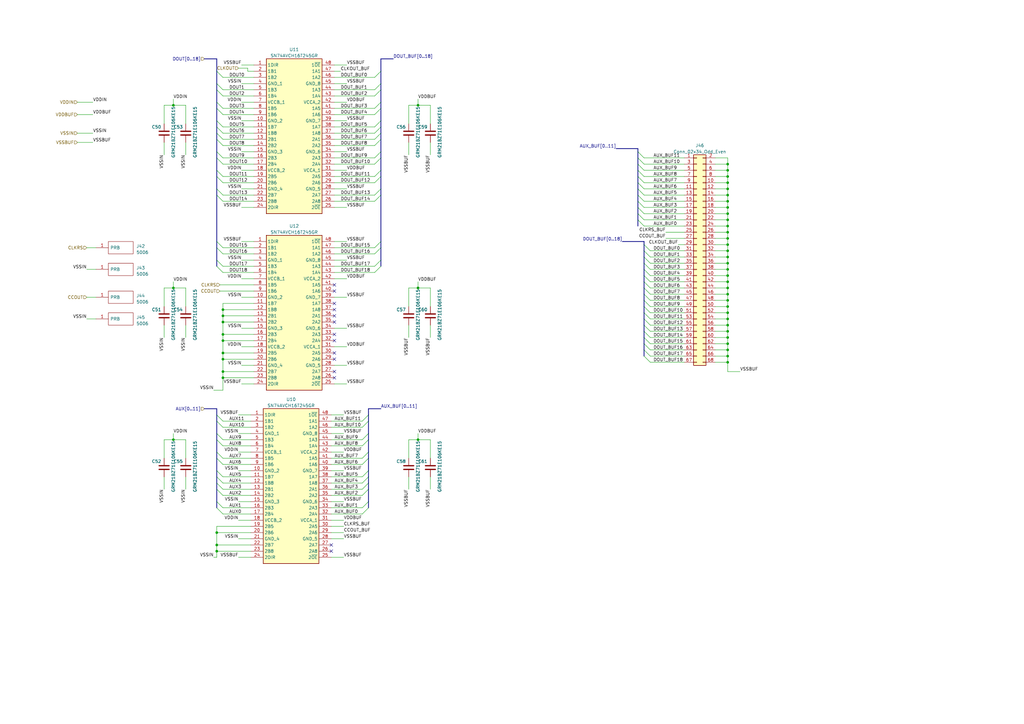
<source format=kicad_sch>
(kicad_sch (version 20230121) (generator eeschema)
  (paper "A3")
  (junction (at 298.45 67.31))
  (junction (at 298.45 105.41))
  (junction (at 298.45 77.47))
  (junction (at 88.9 218.44))
  (junction (at 88.9 223.52))
  (junction (at 298.45 80.01))
  (junction (at 298.45 115.57))
  (junction (at 298.45 130.81))
  (junction (at 298.45 69.85))
  (junction (at 171.45 43.18))
  (junction (at 298.45 72.39))
  (junction (at 71.12 180.34))
  (junction (at 91.44 132.08))
  (junction (at 91.44 144.78))
  (junction (at 298.45 146.05))
  (junction (at 298.45 82.55))
  (junction (at 298.45 110.49))
  (junction (at 171.45 180.34))
  (junction (at 298.45 113.03))
  (junction (at 298.45 125.73))
  (junction (at 91.44 152.4))
  (junction (at 298.45 135.89))
  (junction (at 298.45 92.71))
  (junction (at 298.45 87.63))
  (junction (at 171.45 118.11))
  (junction (at 91.44 154.94))
  (junction (at 298.45 140.97))
  (junction (at 298.45 97.79))
  (junction (at 298.45 74.93))
  (junction (at 298.45 118.11))
  (junction (at 298.45 102.87))
  (junction (at 298.45 85.09))
  (junction (at 298.45 100.33))
  (junction (at 298.45 143.51))
  (junction (at 91.44 139.7))
  (junction (at 91.44 127))
  (junction (at 91.44 129.54))
  (junction (at 298.45 123.19))
  (junction (at 91.44 147.32))
  (junction (at 298.45 95.25))
  (junction (at 91.44 137.16))
  (junction (at 298.45 148.59))
  (junction (at 298.45 133.35))
  (junction (at 298.45 107.95))
  (junction (at 298.45 138.43))
  (junction (at 298.45 128.27))
  (junction (at 298.45 90.17))
  (junction (at 298.45 120.65))
  (junction (at 71.12 118.11))
  (junction (at 71.12 43.18))
  (junction (at 88.9 226.06))
  (no_connect (at 137.16 116.84))
  (no_connect (at 137.16 137.16))
  (no_connect (at 137.16 144.78))
  (no_connect (at 137.16 132.08))
  (no_connect (at 137.16 147.32))
  (no_connect (at 137.16 152.4))
  (no_connect (at 137.16 129.54))
  (no_connect (at 137.16 139.7))
  (no_connect (at 135.89 223.52))
  (no_connect (at 135.89 226.06))
  (no_connect (at 137.16 127))
  (no_connect (at 137.16 119.38))
  (no_connect (at 137.16 124.46))
  (no_connect (at 137.16 154.94))
  (bus_entry (at 156.21 49.53) (size -2.54 2.54))
  (bus_entry (at 264.16 143.51) (size 2.54 2.54))
  (bus_entry (at 88.9 41.91) (size 2.54 2.54))
  (bus_entry (at 156.21 34.29) (size -2.54 2.54))
  (bus_entry (at 264.16 123.19) (size 2.54 2.54))
  (bus_entry (at 88.9 106.68) (size 2.54 2.54))
  (bus_entry (at 148.59 198.12) (size 2.54 -2.54))
  (bus_entry (at 264.16 118.11) (size 2.54 2.54))
  (bus_entry (at 264.16 105.41) (size 2.54 2.54))
  (bus_entry (at 156.21 106.68) (size -2.54 2.54))
  (bus_entry (at 156.21 77.47) (size -2.54 2.54))
  (bus_entry (at 148.59 187.96) (size 2.54 -2.54))
  (bus_entry (at 88.9 29.21) (size 2.54 2.54))
  (bus_entry (at 156.21 54.61) (size -2.54 2.54))
  (bus_entry (at 88.9 64.77) (size 2.54 2.54))
  (bus_entry (at 264.16 110.49) (size 2.54 2.54))
  (bus_entry (at 148.59 203.2) (size 2.54 -2.54))
  (bus_entry (at 88.9 195.58) (size 2.54 2.54))
  (bus_entry (at 264.16 128.27) (size 2.54 2.54))
  (bus_entry (at 261.62 77.47) (size 2.54 2.54))
  (bus_entry (at 156.21 99.06) (size -2.54 2.54))
  (bus_entry (at 264.16 140.97) (size 2.54 2.54))
  (bus_entry (at 156.21 52.07) (size -2.54 2.54))
  (bus_entry (at 261.62 82.55) (size 2.54 2.54))
  (bus_entry (at 88.9 34.29) (size 2.54 2.54))
  (bus_entry (at 88.9 109.22) (size 2.54 2.54))
  (bus_entry (at 88.9 54.61) (size 2.54 2.54))
  (bus_entry (at 156.21 29.21) (size -2.54 2.54))
  (bus_entry (at 148.59 180.34) (size 2.54 -2.54))
  (bus_entry (at 88.9 205.74) (size 2.54 2.54))
  (bus_entry (at 156.21 69.85) (size -2.54 2.54))
  (bus_entry (at 88.9 172.72) (size 2.54 2.54))
  (bus_entry (at 156.21 64.77) (size -2.54 2.54))
  (bus_entry (at 88.9 52.07) (size 2.54 2.54))
  (bus_entry (at 261.62 72.39) (size 2.54 2.54))
  (bus_entry (at 264.16 100.33) (size 2.54 2.54))
  (bus_entry (at 148.59 195.58) (size 2.54 -2.54))
  (bus_entry (at 148.59 190.5) (size 2.54 -2.54))
  (bus_entry (at 88.9 57.15) (size 2.54 2.54))
  (bus_entry (at 264.16 146.05) (size 2.54 2.54))
  (bus_entry (at 88.9 193.04) (size 2.54 2.54))
  (bus_entry (at 264.16 102.87) (size 2.54 2.54))
  (bus_entry (at 264.16 115.57) (size 2.54 2.54))
  (bus_entry (at 148.59 175.26) (size 2.54 -2.54))
  (bus_entry (at 264.16 113.03) (size 2.54 2.54))
  (bus_entry (at 88.9 187.96) (size 2.54 2.54))
  (bus_entry (at 264.16 138.43) (size 2.54 2.54))
  (bus_entry (at 88.9 200.66) (size 2.54 2.54))
  (bus_entry (at 156.21 62.23) (size -2.54 2.54))
  (bus_entry (at 88.9 80.01) (size 2.54 2.54))
  (bus_entry (at 88.9 36.83) (size 2.54 2.54))
  (bus_entry (at 88.9 62.23) (size 2.54 2.54))
  (bus_entry (at 148.59 200.66) (size 2.54 -2.54))
  (bus_entry (at 264.16 107.95) (size 2.54 2.54))
  (bus_entry (at 88.9 49.53) (size 2.54 2.54))
  (bus_entry (at 261.62 87.63) (size 2.54 2.54))
  (bus_entry (at 156.21 72.39) (size -2.54 2.54))
  (bus_entry (at 148.59 182.88) (size 2.54 -2.54))
  (bus_entry (at 156.21 36.83) (size -2.54 2.54))
  (bus_entry (at 88.9 69.85) (size 2.54 2.54))
  (bus_entry (at 264.16 133.35) (size 2.54 2.54))
  (bus_entry (at 156.21 44.45) (size -2.54 2.54))
  (bus_entry (at 88.9 177.8) (size 2.54 2.54))
  (bus_entry (at 261.62 85.09) (size 2.54 2.54))
  (bus_entry (at 88.9 44.45) (size 2.54 2.54))
  (bus_entry (at 156.21 109.22) (size -2.54 2.54))
  (bus_entry (at 88.9 72.39) (size 2.54 2.54))
  (bus_entry (at 88.9 77.47) (size 2.54 2.54))
  (bus_entry (at 264.16 135.89) (size 2.54 2.54))
  (bus_entry (at 88.9 170.18) (size 2.54 2.54))
  (bus_entry (at 148.59 172.72) (size 2.54 -2.54))
  (bus_entry (at 88.9 198.12) (size 2.54 2.54))
  (bus_entry (at 148.59 210.82) (size 2.54 -2.54))
  (bus_entry (at 88.9 99.06) (size 2.54 2.54))
  (bus_entry (at 261.62 74.93) (size 2.54 2.54))
  (bus_entry (at 156.21 41.91) (size -2.54 2.54))
  (bus_entry (at 264.16 120.65) (size 2.54 2.54))
  (bus_entry (at 88.9 208.28) (size 2.54 2.54))
  (bus_entry (at 148.59 208.28) (size 2.54 -2.54))
  (bus_entry (at 261.62 64.77) (size 2.54 2.54))
  (bus_entry (at 261.62 90.17) (size 2.54 2.54))
  (bus_entry (at 88.9 180.34) (size 2.54 2.54))
  (bus_entry (at 88.9 185.42) (size 2.54 2.54))
  (bus_entry (at 264.16 130.81) (size 2.54 2.54))
  (bus_entry (at 261.62 67.31) (size 2.54 2.54))
  (bus_entry (at 261.62 69.85) (size 2.54 2.54))
  (bus_entry (at 156.21 57.15) (size -2.54 2.54))
  (bus_entry (at 261.62 80.01) (size 2.54 2.54))
  (bus_entry (at 88.9 101.6) (size 2.54 2.54))
  (bus_entry (at 264.16 125.73) (size 2.54 2.54))
  (bus_entry (at 156.21 101.6) (size -2.54 2.54))
  (bus_entry (at 261.62 62.23) (size 2.54 2.54))
  (bus_entry (at 156.21 80.01) (size -2.54 2.54))
  (wire (pts (xy 264.16 64.77) (xy 280.67 64.77)))
  (wire (pts (xy 142.24 99.06) (xy 137.16 99.06)))
  (wire (pts (xy 91.44 154.94) (xy 104.14 154.94)))
  (bus (pts (xy 88.9 34.29) (xy 88.9 36.83)))
  (wire (pts (xy 91.44 80.01) (xy 104.14 80.01)))
  (wire (pts (xy 293.37 90.17) (xy 298.45 90.17)))
  (wire (pts (xy 273.05 95.25) (xy 280.67 95.25)))
  (wire (pts (xy 140.97 220.98) (xy 135.89 220.98)))
  (wire (pts (xy 264.16 85.09) (xy 280.67 85.09)))
  (wire (pts (xy 71.12 118.11) (xy 76.2 118.11)))
  (bus (pts (xy 88.9 29.21) (xy 88.9 34.29)))
  (wire (pts (xy 99.06 149.86) (xy 104.14 149.86)))
  (wire (pts (xy 264.16 87.63) (xy 280.67 87.63)))
  (wire (pts (xy 91.44 144.78) (xy 104.14 144.78)))
  (wire (pts (xy 91.44 132.08) (xy 104.14 132.08)))
  (wire (pts (xy 137.16 74.93) (xy 153.67 74.93)))
  (bus (pts (xy 88.9 200.66) (xy 88.9 205.74)))
  (wire (pts (xy 91.44 190.5) (xy 102.87 190.5)))
  (wire (pts (xy 137.16 59.69) (xy 153.67 59.69)))
  (wire (pts (xy 298.45 130.81) (xy 298.45 133.35)))
  (wire (pts (xy 298.45 118.11) (xy 298.45 120.65)))
  (wire (pts (xy 293.37 72.39) (xy 298.45 72.39)))
  (wire (pts (xy 101.6 29.21) (xy 104.14 29.21)))
  (wire (pts (xy 31.75 41.91) (xy 38.1 41.91)))
  (bus (pts (xy 88.9 41.91) (xy 88.9 44.45)))
  (bus (pts (xy 156.21 41.91) (xy 156.21 44.45)))
  (wire (pts (xy 293.37 115.57) (xy 298.45 115.57)))
  (bus (pts (xy 261.62 60.96) (xy 261.62 62.23)))
  (bus (pts (xy 261.62 85.09) (xy 261.62 87.63)))
  (wire (pts (xy 298.45 100.33) (xy 298.45 102.87)))
  (wire (pts (xy 171.45 115.57) (xy 171.45 118.11)))
  (bus (pts (xy 83.82 24.13) (xy 88.9 24.13)))
  (wire (pts (xy 167.64 43.18) (xy 167.64 50.8)))
  (wire (pts (xy 298.45 69.85) (xy 298.45 72.39)))
  (bus (pts (xy 156.21 57.15) (xy 156.21 62.23)))
  (wire (pts (xy 135.89 182.88) (xy 148.59 182.88)))
  (wire (pts (xy 293.37 102.87) (xy 298.45 102.87)))
  (wire (pts (xy 91.44 39.37) (xy 104.14 39.37)))
  (wire (pts (xy 91.44 74.93) (xy 104.14 74.93)))
  (wire (pts (xy 264.16 82.55) (xy 280.67 82.55)))
  (wire (pts (xy 31.75 46.99) (xy 38.1 46.99)))
  (wire (pts (xy 176.53 50.8) (xy 176.53 43.18)))
  (wire (pts (xy 91.44 59.69) (xy 104.14 59.69)))
  (wire (pts (xy 298.45 107.95) (xy 298.45 110.49)))
  (wire (pts (xy 176.53 187.96) (xy 176.53 180.34)))
  (wire (pts (xy 35.56 121.92) (xy 39.37 121.92)))
  (wire (pts (xy 293.37 77.47) (xy 298.45 77.47)))
  (wire (pts (xy 91.44 144.78) (xy 91.44 147.32)))
  (wire (pts (xy 142.24 142.24) (xy 137.16 142.24)))
  (wire (pts (xy 264.16 92.71) (xy 280.67 92.71)))
  (bus (pts (xy 252.73 60.96) (xy 261.62 60.96)))
  (wire (pts (xy 67.31 180.34) (xy 71.12 180.34)))
  (wire (pts (xy 298.45 143.51) (xy 298.45 146.05)))
  (wire (pts (xy 102.87 215.9) (xy 88.9 215.9)))
  (wire (pts (xy 298.45 64.77) (xy 298.45 67.31)))
  (bus (pts (xy 261.62 82.55) (xy 261.62 85.09)))
  (wire (pts (xy 298.45 77.47) (xy 298.45 80.01)))
  (wire (pts (xy 298.45 146.05) (xy 298.45 148.59)))
  (wire (pts (xy 293.37 146.05) (xy 298.45 146.05)))
  (bus (pts (xy 151.13 172.72) (xy 151.13 177.8)))
  (bus (pts (xy 88.9 80.01) (xy 88.9 99.06)))
  (wire (pts (xy 91.44 152.4) (xy 104.14 152.4)))
  (bus (pts (xy 156.21 72.39) (xy 156.21 77.47)))
  (wire (pts (xy 99.06 134.62) (xy 104.14 134.62)))
  (wire (pts (xy 142.24 149.86) (xy 137.16 149.86)))
  (wire (pts (xy 140.97 185.42) (xy 135.89 185.42)))
  (wire (pts (xy 293.37 133.35) (xy 298.45 133.35)))
  (bus (pts (xy 156.21 54.61) (xy 156.21 57.15)))
  (wire (pts (xy 135.89 187.96) (xy 148.59 187.96)))
  (wire (pts (xy 264.16 74.93) (xy 280.67 74.93)))
  (wire (pts (xy 91.44 104.14) (xy 104.14 104.14)))
  (wire (pts (xy 264.16 67.31) (xy 280.67 67.31)))
  (wire (pts (xy 91.44 139.7) (xy 104.14 139.7)))
  (wire (pts (xy 293.37 97.79) (xy 298.45 97.79)))
  (bus (pts (xy 156.21 36.83) (xy 156.21 41.91)))
  (bus (pts (xy 151.13 187.96) (xy 151.13 193.04)))
  (bus (pts (xy 156.21 101.6) (xy 156.21 106.68)))
  (wire (pts (xy 298.45 95.25) (xy 298.45 97.79)))
  (wire (pts (xy 91.44 124.46) (xy 91.44 127)))
  (wire (pts (xy 167.64 118.11) (xy 171.45 118.11)))
  (wire (pts (xy 293.37 107.95) (xy 298.45 107.95)))
  (wire (pts (xy 99.06 41.91) (xy 104.14 41.91)))
  (bus (pts (xy 88.9 64.77) (xy 88.9 69.85)))
  (wire (pts (xy 67.31 180.34) (xy 67.31 187.96)))
  (wire (pts (xy 71.12 177.8) (xy 71.12 180.34)))
  (bus (pts (xy 151.13 205.74) (xy 151.13 208.28)))
  (wire (pts (xy 167.64 180.34) (xy 167.64 187.96)))
  (wire (pts (xy 99.06 142.24) (xy 104.14 142.24)))
  (wire (pts (xy 293.37 87.63) (xy 298.45 87.63)))
  (wire (pts (xy 293.37 100.33) (xy 298.45 100.33)))
  (bus (pts (xy 264.16 99.06) (xy 264.16 100.33)))
  (wire (pts (xy 266.7 115.57) (xy 280.67 115.57)))
  (wire (pts (xy 97.79 193.04) (xy 102.87 193.04)))
  (bus (pts (xy 88.9 195.58) (xy 88.9 198.12)))
  (wire (pts (xy 76.2 195.58) (xy 76.2 200.66)))
  (bus (pts (xy 261.62 77.47) (xy 261.62 80.01)))
  (wire (pts (xy 91.44 180.34) (xy 102.87 180.34)))
  (wire (pts (xy 90.17 119.38) (xy 104.14 119.38)))
  (wire (pts (xy 91.44 200.66) (xy 102.87 200.66)))
  (wire (pts (xy 135.89 218.44) (xy 140.97 218.44)))
  (wire (pts (xy 90.17 116.84) (xy 104.14 116.84)))
  (wire (pts (xy 135.89 172.72) (xy 148.59 172.72)))
  (bus (pts (xy 88.9 185.42) (xy 88.9 187.96)))
  (wire (pts (xy 293.37 128.27) (xy 298.45 128.27)))
  (bus (pts (xy 88.9 57.15) (xy 88.9 62.23)))
  (wire (pts (xy 298.45 120.65) (xy 298.45 123.19)))
  (wire (pts (xy 167.64 180.34) (xy 171.45 180.34)))
  (wire (pts (xy 91.44 208.28) (xy 102.87 208.28)))
  (wire (pts (xy 298.45 72.39) (xy 298.45 74.93)))
  (wire (pts (xy 142.24 157.48) (xy 137.16 157.48)))
  (wire (pts (xy 67.31 195.58) (xy 67.31 200.66)))
  (bus (pts (xy 156.21 80.01) (xy 156.21 99.06)))
  (wire (pts (xy 91.44 54.61) (xy 104.14 54.61)))
  (wire (pts (xy 88.9 215.9) (xy 88.9 218.44)))
  (wire (pts (xy 99.06 121.92) (xy 104.14 121.92)))
  (wire (pts (xy 99.06 34.29) (xy 104.14 34.29)))
  (bus (pts (xy 261.62 90.17) (xy 261.62 92.71)))
  (wire (pts (xy 97.79 205.74) (xy 102.87 205.74)))
  (bus (pts (xy 264.16 138.43) (xy 264.16 140.97)))
  (wire (pts (xy 171.45 40.64) (xy 171.45 43.18)))
  (wire (pts (xy 99.06 69.85) (xy 104.14 69.85)))
  (bus (pts (xy 264.16 125.73) (xy 264.16 128.27)))
  (wire (pts (xy 91.44 57.15) (xy 104.14 57.15)))
  (wire (pts (xy 67.31 118.11) (xy 67.31 125.73)))
  (wire (pts (xy 76.2 187.96) (xy 76.2 180.34)))
  (bus (pts (xy 156.21 106.68) (xy 156.21 109.22)))
  (wire (pts (xy 135.89 208.28) (xy 148.59 208.28)))
  (wire (pts (xy 167.64 58.42) (xy 167.64 63.5)))
  (wire (pts (xy 142.24 34.29) (xy 137.16 34.29)))
  (wire (pts (xy 71.12 43.18) (xy 76.2 43.18)))
  (wire (pts (xy 266.7 102.87) (xy 280.67 102.87)))
  (wire (pts (xy 298.45 135.89) (xy 298.45 138.43)))
  (wire (pts (xy 88.9 223.52) (xy 88.9 226.06)))
  (wire (pts (xy 266.7 130.81) (xy 280.67 130.81)))
  (wire (pts (xy 91.44 64.77) (xy 104.14 64.77)))
  (wire (pts (xy 266.7 107.95) (xy 280.67 107.95)))
  (wire (pts (xy 298.45 92.71) (xy 298.45 95.25)))
  (wire (pts (xy 91.44 152.4) (xy 91.44 154.94)))
  (wire (pts (xy 176.53 195.58) (xy 176.53 200.66)))
  (bus (pts (xy 261.62 87.63) (xy 261.62 90.17)))
  (wire (pts (xy 266.7 113.03) (xy 280.67 113.03)))
  (wire (pts (xy 298.45 80.01) (xy 298.45 82.55)))
  (bus (pts (xy 264.16 143.51) (xy 264.16 146.05)))
  (wire (pts (xy 135.89 198.12) (xy 148.59 198.12)))
  (wire (pts (xy 31.75 58.42) (xy 38.1 58.42)))
  (bus (pts (xy 88.9 49.53) (xy 88.9 52.07)))
  (wire (pts (xy 137.16 31.75) (xy 153.67 31.75)))
  (bus (pts (xy 261.62 64.77) (xy 261.62 67.31)))
  (wire (pts (xy 91.44 72.39) (xy 104.14 72.39)))
  (wire (pts (xy 88.9 226.06) (xy 102.87 226.06)))
  (wire (pts (xy 298.45 123.19) (xy 298.45 125.73)))
  (bus (pts (xy 88.9 187.96) (xy 88.9 193.04)))
  (bus (pts (xy 261.62 67.31) (xy 261.62 69.85)))
  (wire (pts (xy 140.97 228.6) (xy 135.89 228.6)))
  (bus (pts (xy 88.9 106.68) (xy 88.9 109.22)))
  (bus (pts (xy 88.9 193.04) (xy 88.9 195.58)))
  (wire (pts (xy 140.97 193.04) (xy 135.89 193.04)))
  (bus (pts (xy 261.62 69.85) (xy 261.62 72.39)))
  (wire (pts (xy 135.89 203.2) (xy 148.59 203.2)))
  (bus (pts (xy 88.9 205.74) (xy 88.9 208.28)))
  (wire (pts (xy 171.45 118.11) (xy 176.53 118.11)))
  (bus (pts (xy 88.9 180.34) (xy 88.9 185.42)))
  (wire (pts (xy 264.16 90.17) (xy 280.67 90.17)))
  (wire (pts (xy 298.45 85.09) (xy 298.45 87.63)))
  (wire (pts (xy 167.64 43.18) (xy 171.45 43.18)))
  (wire (pts (xy 140.97 213.36) (xy 135.89 213.36)))
  (bus (pts (xy 264.16 100.33) (xy 264.16 102.87)))
  (wire (pts (xy 99.06 49.53) (xy 104.14 49.53)))
  (wire (pts (xy 91.44 127) (xy 91.44 129.54)))
  (wire (pts (xy 35.56 130.81) (xy 39.37 130.81)))
  (wire (pts (xy 298.45 113.03) (xy 298.45 115.57)))
  (wire (pts (xy 135.89 200.66) (xy 148.59 200.66)))
  (wire (pts (xy 135.89 175.26) (xy 148.59 175.26)))
  (bus (pts (xy 264.16 140.97) (xy 264.16 143.51)))
  (wire (pts (xy 266.7 125.73) (xy 280.67 125.73)))
  (wire (pts (xy 266.7 120.65) (xy 280.67 120.65)))
  (bus (pts (xy 151.13 167.64) (xy 151.13 170.18)))
  (wire (pts (xy 293.37 80.01) (xy 298.45 80.01)))
  (wire (pts (xy 67.31 133.35) (xy 67.31 138.43)))
  (wire (pts (xy 91.44 175.26) (xy 102.87 175.26)))
  (bus (pts (xy 264.16 102.87) (xy 264.16 105.41)))
  (wire (pts (xy 293.37 135.89) (xy 298.45 135.89)))
  (bus (pts (xy 264.16 123.19) (xy 264.16 125.73)))
  (wire (pts (xy 137.16 64.77) (xy 153.67 64.77)))
  (bus (pts (xy 88.9 77.47) (xy 88.9 80.01)))
  (wire (pts (xy 135.89 195.58) (xy 148.59 195.58)))
  (wire (pts (xy 266.7 140.97) (xy 280.67 140.97)))
  (wire (pts (xy 137.16 29.21) (xy 139.7 29.21)))
  (wire (pts (xy 266.7 118.11) (xy 280.67 118.11)))
  (wire (pts (xy 142.24 77.47) (xy 137.16 77.47)))
  (bus (pts (xy 264.16 107.95) (xy 264.16 110.49)))
  (wire (pts (xy 298.45 67.31) (xy 298.45 69.85)))
  (wire (pts (xy 91.44 124.46) (xy 104.14 124.46)))
  (wire (pts (xy 97.79 177.8) (xy 102.87 177.8)))
  (wire (pts (xy 91.44 137.16) (xy 104.14 137.16)))
  (bus (pts (xy 264.16 130.81) (xy 264.16 133.35)))
  (wire (pts (xy 142.24 69.85) (xy 137.16 69.85)))
  (wire (pts (xy 137.16 80.01) (xy 153.67 80.01)))
  (wire (pts (xy 278.13 100.33) (xy 280.67 100.33)))
  (bus (pts (xy 156.21 77.47) (xy 156.21 80.01)))
  (bus (pts (xy 151.13 198.12) (xy 151.13 200.66)))
  (wire (pts (xy 264.16 80.01) (xy 280.67 80.01)))
  (wire (pts (xy 76.2 133.35) (xy 76.2 138.43)))
  (bus (pts (xy 264.16 115.57) (xy 264.16 118.11)))
  (wire (pts (xy 87.63 160.02) (xy 91.44 160.02)))
  (wire (pts (xy 298.45 97.79) (xy 298.45 100.33)))
  (wire (pts (xy 137.16 52.07) (xy 153.67 52.07)))
  (wire (pts (xy 88.9 218.44) (xy 88.9 223.52)))
  (wire (pts (xy 137.16 109.22) (xy 153.67 109.22)))
  (wire (pts (xy 97.79 185.42) (xy 102.87 185.42)))
  (wire (pts (xy 266.7 148.59) (xy 280.67 148.59)))
  (bus (pts (xy 83.82 167.64) (xy 88.9 167.64)))
  (wire (pts (xy 266.7 128.27) (xy 280.67 128.27)))
  (bus (pts (xy 156.21 167.64) (xy 151.13 167.64)))
  (wire (pts (xy 167.64 118.11) (xy 167.64 125.73)))
  (wire (pts (xy 91.44 210.82) (xy 102.87 210.82)))
  (bus (pts (xy 88.9 198.12) (xy 88.9 200.66)))
  (wire (pts (xy 137.16 82.55) (xy 153.67 82.55)))
  (wire (pts (xy 67.31 43.18) (xy 71.12 43.18)))
  (wire (pts (xy 140.97 177.8) (xy 135.89 177.8)))
  (wire (pts (xy 91.44 147.32) (xy 104.14 147.32)))
  (wire (pts (xy 91.44 109.22) (xy 104.14 109.22)))
  (bus (pts (xy 264.16 133.35) (xy 264.16 135.89)))
  (bus (pts (xy 156.21 24.13) (xy 156.21 29.21)))
  (wire (pts (xy 140.97 170.18) (xy 135.89 170.18)))
  (wire (pts (xy 298.45 90.17) (xy 298.45 92.71)))
  (wire (pts (xy 91.44 195.58) (xy 102.87 195.58)))
  (wire (pts (xy 293.37 138.43) (xy 298.45 138.43)))
  (wire (pts (xy 167.64 195.58) (xy 167.64 200.66)))
  (wire (pts (xy 266.7 133.35) (xy 280.67 133.35)))
  (bus (pts (xy 151.13 170.18) (xy 151.13 172.72)))
  (wire (pts (xy 293.37 118.11) (xy 298.45 118.11)))
  (wire (pts (xy 137.16 36.83) (xy 153.67 36.83)))
  (wire (pts (xy 97.79 213.36) (xy 102.87 213.36)))
  (wire (pts (xy 142.24 106.68) (xy 137.16 106.68)))
  (bus (pts (xy 88.9 62.23) (xy 88.9 64.77)))
  (bus (pts (xy 151.13 177.8) (xy 151.13 180.34)))
  (bus (pts (xy 156.21 44.45) (xy 156.21 49.53)))
  (wire (pts (xy 35.56 101.6) (xy 39.37 101.6)))
  (bus (pts (xy 88.9 44.45) (xy 88.9 49.53)))
  (wire (pts (xy 91.44 46.99) (xy 104.14 46.99)))
  (wire (pts (xy 293.37 130.81) (xy 298.45 130.81)))
  (wire (pts (xy 91.44 129.54) (xy 104.14 129.54)))
  (wire (pts (xy 137.16 104.14) (xy 153.67 104.14)))
  (wire (pts (xy 99.06 106.68) (xy 104.14 106.68)))
  (bus (pts (xy 88.9 36.83) (xy 88.9 41.91)))
  (wire (pts (xy 298.45 82.55) (xy 298.45 85.09)))
  (wire (pts (xy 71.12 115.57) (xy 71.12 118.11)))
  (bus (pts (xy 151.13 195.58) (xy 151.13 198.12)))
  (bus (pts (xy 88.9 170.18) (xy 88.9 172.72)))
  (wire (pts (xy 293.37 105.41) (xy 298.45 105.41)))
  (wire (pts (xy 91.44 101.6) (xy 104.14 101.6)))
  (bus (pts (xy 156.21 62.23) (xy 156.21 64.77)))
  (bus (pts (xy 264.16 120.65) (xy 264.16 123.19)))
  (bus (pts (xy 88.9 172.72) (xy 88.9 177.8)))
  (bus (pts (xy 151.13 185.42) (xy 151.13 187.96)))
  (wire (pts (xy 76.2 125.73) (xy 76.2 118.11)))
  (wire (pts (xy 91.44 147.32) (xy 91.44 152.4)))
  (wire (pts (xy 142.24 114.3) (xy 137.16 114.3)))
  (wire (pts (xy 298.45 148.59) (xy 298.45 152.4)))
  (bus (pts (xy 261.62 62.23) (xy 261.62 64.77)))
  (wire (pts (xy 142.24 49.53) (xy 137.16 49.53)))
  (wire (pts (xy 293.37 113.03) (xy 298.45 113.03)))
  (wire (pts (xy 298.45 87.63) (xy 298.45 90.17)))
  (wire (pts (xy 135.89 190.5) (xy 148.59 190.5)))
  (bus (pts (xy 88.9 54.61) (xy 88.9 57.15)))
  (wire (pts (xy 99.06 77.47) (xy 104.14 77.47)))
  (wire (pts (xy 71.12 180.34) (xy 76.2 180.34)))
  (wire (pts (xy 298.45 102.87) (xy 298.45 105.41)))
  (wire (pts (xy 293.37 125.73) (xy 298.45 125.73)))
  (bus (pts (xy 156.21 49.53) (xy 156.21 52.07)))
  (wire (pts (xy 91.44 139.7) (xy 91.44 144.78)))
  (wire (pts (xy 176.53 133.35) (xy 176.53 138.43)))
  (wire (pts (xy 91.44 127) (xy 104.14 127)))
  (wire (pts (xy 176.53 58.42) (xy 176.53 63.5)))
  (bus (pts (xy 151.13 193.04) (xy 151.13 195.58)))
  (wire (pts (xy 137.16 57.15) (xy 153.67 57.15)))
  (wire (pts (xy 266.7 143.51) (xy 280.67 143.51)))
  (wire (pts (xy 99.06 26.67) (xy 104.14 26.67)))
  (wire (pts (xy 91.44 132.08) (xy 91.44 137.16)))
  (wire (pts (xy 97.79 220.98) (xy 102.87 220.98)))
  (wire (pts (xy 135.89 180.34) (xy 148.59 180.34)))
  (wire (pts (xy 298.45 105.41) (xy 298.45 107.95)))
  (wire (pts (xy 87.63 228.6) (xy 88.9 228.6)))
  (wire (pts (xy 142.24 85.09) (xy 137.16 85.09)))
  (wire (pts (xy 97.79 27.94) (xy 101.6 27.94)))
  (bus (pts (xy 264.16 110.49) (xy 264.16 113.03)))
  (wire (pts (xy 298.45 74.93) (xy 298.45 77.47)))
  (bus (pts (xy 255.27 99.06) (xy 264.16 99.06)))
  (wire (pts (xy 293.37 143.51) (xy 298.45 143.51)))
  (wire (pts (xy 298.45 110.49) (xy 298.45 113.03)))
  (wire (pts (xy 140.97 205.74) (xy 135.89 205.74)))
  (wire (pts (xy 293.37 85.09) (xy 298.45 85.09)))
  (bus (pts (xy 156.21 52.07) (xy 156.21 54.61)))
  (wire (pts (xy 71.12 40.64) (xy 71.12 43.18)))
  (wire (pts (xy 142.24 134.62) (xy 137.16 134.62)))
  (bus (pts (xy 156.21 69.85) (xy 156.21 72.39)))
  (wire (pts (xy 142.24 62.23) (xy 137.16 62.23)))
  (wire (pts (xy 91.44 129.54) (xy 91.44 132.08)))
  (wire (pts (xy 298.45 152.4) (xy 303.53 152.4)))
  (wire (pts (xy 293.37 123.19) (xy 298.45 123.19)))
  (wire (pts (xy 293.37 148.59) (xy 298.45 148.59)))
  (wire (pts (xy 99.06 62.23) (xy 104.14 62.23)))
  (bus (pts (xy 88.9 52.07) (xy 88.9 54.61)))
  (wire (pts (xy 266.7 135.89) (xy 280.67 135.89)))
  (wire (pts (xy 266.7 110.49) (xy 280.67 110.49)))
  (bus (pts (xy 88.9 69.85) (xy 88.9 72.39)))
  (bus (pts (xy 261.62 80.01) (xy 261.62 82.55)))
  (bus (pts (xy 88.9 101.6) (xy 88.9 106.68)))
  (wire (pts (xy 67.31 58.42) (xy 67.31 63.5)))
  (wire (pts (xy 91.44 36.83) (xy 104.14 36.83)))
  (wire (pts (xy 266.7 105.41) (xy 280.67 105.41)))
  (wire (pts (xy 97.79 228.6) (xy 102.87 228.6)))
  (bus (pts (xy 88.9 99.06) (xy 88.9 101.6)))
  (wire (pts (xy 97.79 170.18) (xy 102.87 170.18)))
  (bus (pts (xy 261.62 72.39) (xy 261.62 74.93)))
  (wire (pts (xy 91.44 67.31) (xy 104.14 67.31)))
  (wire (pts (xy 171.45 180.34) (xy 176.53 180.34)))
  (wire (pts (xy 293.37 92.71) (xy 298.45 92.71)))
  (wire (pts (xy 171.45 177.8) (xy 171.45 180.34)))
  (wire (pts (xy 137.16 101.6) (xy 153.67 101.6)))
  (wire (pts (xy 142.24 121.92) (xy 137.16 121.92)))
  (wire (pts (xy 293.37 74.93) (xy 298.45 74.93)))
  (wire (pts (xy 298.45 140.97) (xy 298.45 143.51)))
  (bus (pts (xy 156.21 29.21) (xy 156.21 34.29)))
  (wire (pts (xy 88.9 218.44) (xy 102.87 218.44)))
  (wire (pts (xy 142.24 41.91) (xy 137.16 41.91)))
  (wire (pts (xy 91.44 182.88) (xy 102.87 182.88)))
  (wire (pts (xy 293.37 82.55) (xy 298.45 82.55)))
  (wire (pts (xy 266.7 146.05) (xy 280.67 146.05)))
  (wire (pts (xy 67.31 43.18) (xy 67.31 50.8)))
  (bus (pts (xy 88.9 24.13) (xy 88.9 29.21)))
  (wire (pts (xy 91.44 198.12) (xy 102.87 198.12)))
  (wire (pts (xy 264.16 77.47) (xy 280.67 77.47)))
  (wire (pts (xy 293.37 69.85) (xy 298.45 69.85)))
  (wire (pts (xy 298.45 138.43) (xy 298.45 140.97)))
  (wire (pts (xy 31.75 54.61) (xy 38.1 54.61)))
  (bus (pts (xy 264.16 135.89) (xy 264.16 138.43)))
  (bus (pts (xy 156.21 64.77) (xy 156.21 69.85)))
  (wire (pts (xy 102.87 223.52) (xy 88.9 223.52)))
  (wire (pts (xy 99.06 114.3) (xy 104.14 114.3)))
  (wire (pts (xy 298.45 128.27) (xy 298.45 130.81)))
  (wire (pts (xy 135.89 210.82) (xy 148.59 210.82)))
  (wire (pts (xy 137.16 39.37) (xy 153.67 39.37)))
  (wire (pts (xy 293.37 67.31) (xy 298.45 67.31)))
  (wire (pts (xy 142.24 26.67) (xy 137.16 26.67)))
  (wire (pts (xy 266.7 138.43) (xy 280.67 138.43)))
  (bus (pts (xy 156.21 34.29) (xy 156.21 36.83)))
  (wire (pts (xy 293.37 120.65) (xy 298.45 120.65)))
  (wire (pts (xy 99.06 157.48) (xy 104.14 157.48)))
  (wire (pts (xy 137.16 44.45) (xy 153.67 44.45)))
  (wire (pts (xy 171.45 43.18) (xy 176.53 43.18)))
  (wire (pts (xy 35.56 110.49) (xy 39.37 110.49)))
  (wire (pts (xy 298.45 125.73) (xy 298.45 128.27)))
  (bus (pts (xy 161.29 24.13) (xy 156.21 24.13)))
  (bus (pts (xy 151.13 180.34) (xy 151.13 185.42)))
  (wire (pts (xy 91.44 31.75) (xy 104.14 31.75)))
  (wire (pts (xy 273.05 97.79) (xy 280.67 97.79)))
  (bus (pts (xy 264.16 128.27) (xy 264.16 130.81)))
  (wire (pts (xy 76.2 50.8) (xy 76.2 43.18)))
  (wire (pts (xy 137.16 72.39) (xy 153.67 72.39)))
  (wire (pts (xy 67.31 118.11) (xy 71.12 118.11)))
  (wire (pts (xy 137.16 46.99) (xy 153.67 46.99)))
  (wire (pts (xy 266.7 123.19) (xy 280.67 123.19)))
  (wire (pts (xy 137.16 54.61) (xy 153.67 54.61)))
  (bus (pts (xy 88.9 167.64) (xy 88.9 170.18)))
  (wire (pts (xy 99.06 85.09) (xy 104.14 85.09)))
  (bus (pts (xy 151.13 200.66) (xy 151.13 205.74)))
  (wire (pts (xy 293.37 95.25) (xy 298.45 95.25)))
  (wire (pts (xy 91.44 154.94) (xy 91.44 160.02)))
  (wire (pts (xy 76.2 58.42) (xy 76.2 63.5)))
  (wire (pts (xy 293.37 140.97) (xy 298.45 140.97)))
  (wire (pts (xy 91.44 82.55) (xy 104.14 82.55)))
  (wire (pts (xy 298.45 115.57) (xy 298.45 118.11)))
  (wire (pts (xy 88.9 226.06) (xy 88.9 228.6)))
  (wire (pts (xy 137.16 67.31) (xy 153.67 67.31)))
  (wire (pts (xy 137.16 111.76) (xy 153.67 111.76)))
  (wire (pts (xy 99.06 99.06) (xy 104.14 99.06)))
  (wire (pts (xy 91.44 44.45) (xy 104.14 44.45)))
  (wire (pts (xy 167.64 133.35) (xy 167.64 138.43)))
  (wire (pts (xy 91.44 137.16) (xy 91.44 139.7)))
  (wire (pts (xy 91.44 187.96) (xy 102.87 187.96)))
  (wire (pts (xy 264.16 69.85) (xy 280.67 69.85)))
  (wire (pts (xy 101.6 27.94) (xy 101.6 29.21)))
  (bus (pts (xy 264.16 113.03) (xy 264.16 115.57)))
  (bus (pts (xy 264.16 118.11) (xy 264.16 120.65)))
  (bus (pts (xy 88.9 72.39) (xy 88.9 77.47)))
  (wire (pts (xy 264.16 72.39) (xy 280.67 72.39)))
  (bus (pts (xy 261.62 74.93) (xy 261.62 77.47)))
  (wire (pts (xy 298.45 133.35) (xy 298.45 135.89)))
  (wire (pts (xy 176.53 125.73) (xy 176.53 118.11)))
  (wire (pts (xy 293.37 64.77) (xy 298.45 64.77)))
  (wire (pts (xy 91.44 172.72) (xy 102.87 172.72)))
  (wire (pts (xy 135.89 215.9) (xy 140.97 215.9)))
  (wire (pts (xy 293.37 110.49) (xy 298.45 110.49)))
  (bus (pts (xy 88.9 177.8) (xy 88.9 180.34)))
  (wire (pts (xy 91.44 111.76) (xy 104.14 111.76)))
  (bus (pts (xy 156.21 99.06) (xy 156.21 101.6)))
  (wire (pts (xy 91.44 203.2) (xy 102.87 203.2)))
  (wire (pts (xy 91.44 52.07) (xy 104.14 52.07)))
  (bus (pts (xy 264.16 105.41) (xy 264.16 107.95)))
  (label "DOUT2" (at 93.98 39.37 0))
  (label "VSSBUF" (at 99.06 157.48 180))
  (label "VSSIN" (at 87.63 228.6 180))
  (label "AUX3" (at 93.98 200.66 0))
  (label "VSSBUF" (at 142.24 149.86 0))
  (label "AUX_BUF2" (at 267.97 87.63 0))
  (label "AUX_BUF5" (at 267.97 80.01 0))
  (label "DOUT_BUF6" (at 267.97 118.11 0))
  (label "AUX_BUF9" (at 137.16 180.34 0))
  (label "VSSIN" (at 99.06 134.62 180))
  (label "VDDBUF" (at 142.24 114.3 0))
  (label "DOUT_BUF12" (at 267.97 133.35 0))
  (label "DOUT9" (at 93.98 64.77 0))
  (label "AUX8" (at 93.98 182.88 0))
  (label "AUX_BUF4" (at 267.97 82.55 0))
  (label "VSSBUF" (at 140.97 228.6 0))
  (label "AUX_BUF7" (at 137.16 187.96 0))
  (label "VSSIN" (at 76.2 63.5 270))
  (label "DOUT_BUF7" (at 267.97 120.65 0))
  (label "AUX_BUF10" (at 267.97 67.31 0))
  (label "VDDBUF" (at 142.24 142.24 0))
  (label "VDDBUF" (at 171.45 40.64 0))
  (label "DOUT_BUF7" (at 139.7 57.15 0))
  (label "VSSBUF" (at 142.24 134.62 0))
  (label "VSSIN" (at 99.06 49.53 180))
  (label "AUX_BUF6" (at 137.16 190.5 0))
  (label "DOUT_BUF18" (at 267.97 148.59 0))
  (label "AUX_BUF4" (at 137.16 198.12 0))
  (label "AUX4" (at 93.98 198.12 0))
  (label "VSSBUF" (at 99.06 99.06 180))
  (label "DOUT5" (at 93.98 52.07 0))
  (label "VSSIN" (at 99.06 149.86 180))
  (label "VSSIN" (at 99.06 62.23 180))
  (label "DOUT_BUF2" (at 267.97 107.95 0))
  (label "VDDIN" (at 99.06 69.85 180))
  (label "DOUT11" (at 93.98 72.39 0))
  (label "AUX_BUF8" (at 267.97 72.39 0))
  (label "VDDIN" (at 71.12 40.64 0))
  (label "DOUT_BUF[0..18]" (at 255.27 99.06 180))
  (label "DOUT_BUF0" (at 139.7 31.75 0))
  (label "VSSIN" (at 67.31 63.5 270))
  (label "VSSIN" (at 67.31 138.43 270))
  (label "DOUT_BUF9" (at 267.97 125.73 0))
  (label "DOUT_BUF12" (at 139.7 74.93 0))
  (label "AUX2" (at 93.98 203.2 0))
  (label "VDDBUF" (at 140.97 213.36 0))
  (label "AUX_BUF6" (at 267.97 77.47 0))
  (label "VDDBUF" (at 171.45 177.8 0))
  (label "AUX_BUF2" (at 137.16 203.2 0))
  (label "DOUT_BUF11" (at 139.7 72.39 0))
  (label "AUX_BUF5" (at 137.16 195.58 0))
  (label "VSSBUF" (at 167.64 63.5 270))
  (label "DOUT_BUF[0..18]" (at 161.29 24.13 0))
  (label "DOUT1" (at 93.98 36.83 0))
  (label "VSSIN" (at 35.56 110.49 180))
  (label "DOUT17" (at 93.98 109.22 0))
  (label "AUX_BUF0" (at 137.16 210.82 0))
  (label "DOUT_BUF16" (at 267.97 143.51 0))
  (label "VSSBUF" (at 140.97 170.18 0))
  (label "AUX_BUF1" (at 137.16 208.28 0))
  (label "VDDIN" (at 71.12 177.8 0))
  (label "VDDIN" (at 99.06 41.91 180))
  (label "DOUT_BUF14" (at 267.97 138.43 0))
  (label "AUX5" (at 93.98 195.58 0))
  (label "AUX_BUF3" (at 267.97 85.09 0))
  (label "VSSBUF" (at 140.97 205.74 0))
  (label "AUX_BUF9" (at 267.97 69.85 0))
  (label "DOUT_BUF13" (at 267.97 135.89 0))
  (label "VSSBUF" (at 167.64 200.66 270))
  (label "DOUT_BUF4" (at 139.7 46.99 0))
  (label "DOUT6" (at 93.98 54.61 0))
  (label "VDDBUF" (at 140.97 185.42 0))
  (label "DOUT13" (at 93.98 80.01 0))
  (label "DOUT_BUF10" (at 139.7 67.31 0))
  (label "DOUT15" (at 93.98 101.6 0))
  (label "DOUT_BUF5" (at 267.97 115.57 0))
  (label "DOUT3" (at 93.98 44.45 0))
  (label "DOUT_BUF3" (at 139.7 44.45 0))
  (label "DOUT_BUF3" (at 267.97 110.49 0))
  (label "VDDIN" (at 97.79 213.36 180))
  (label "CCOUT_BUF" (at 140.97 218.44 0))
  (label "CLKRS_BUF" (at 140.97 215.9 0))
  (label "VSSBUF" (at 99.06 26.67 180))
  (label "AUX_BUF0" (at 267.97 92.71 0))
  (label "AUX6" (at 93.98 190.5 0))
  (label "VSSBUF" (at 142.24 34.29 0))
  (label "VSSBUF" (at 142.24 121.92 0))
  (label "VSSBUF" (at 176.53 63.5 270))
  (label "AUX_BUF1" (at 267.97 90.17 0))
  (label "DOUT_BUF18" (at 139.7 111.76 0))
  (label "VSSBUF" (at 38.1 58.42 0))
  (label "VSSIN" (at 35.56 130.81 180))
  (label "VSSIN" (at 97.79 205.74 180))
  (label "VSSBUF" (at 142.24 49.53 0))
  (label "CCOUT_BUF" (at 273.05 97.79 180))
  (label "VDDBUF" (at 142.24 69.85 0))
  (label "VDDIN" (at 38.1 41.91 0))
  (label "VSSIN" (at 87.63 160.02 180))
  (label "VSSBUF" (at 99.06 85.09 180))
  (label "DOUT4" (at 93.98 46.99 0))
  (label "DOUT_BUF4" (at 267.97 113.03 0))
  (label "VSSIN" (at 97.79 177.8 180))
  (label "DOUT14" (at 93.98 82.55 0))
  (label "VSSBUF" (at 303.53 152.4 0))
  (label "DOUT_BUF15" (at 139.7 101.6 0))
  (label "VSSBUF" (at 97.79 228.6 180))
  (label "DOUT_BUF11" (at 267.97 130.81 0))
  (label "CLKOUT_BUF" (at 278.13 100.33 180))
  (label "AUX_BUF11" (at 267.97 64.77 0))
  (label "VSSIN" (at 67.31 200.66 270))
  (label "VDDIN" (at 71.12 115.57 0))
  (label "VSSBUF" (at 142.24 157.48 0))
  (label "DOUT_BUF15" (at 267.97 140.97 0))
  (label "DOUT_BUF13" (at 139.7 80.01 0))
  (label "VSSBUF" (at 142.24 85.09 0))
  (label "VSSIN" (at 76.2 138.43 270))
  (label "VSSIN" (at 99.06 77.47 180))
  (label "CLKRS_BUF" (at 273.05 95.25 180))
  (label "DOUT_BUF16" (at 139.7 104.14 0))
  (label "DOUT_BUF10" (at 267.97 128.27 0))
  (label "CLKOUT_BUF" (at 139.7 29.21 0))
  (label "AUX_BUF7" (at 267.97 74.93 0))
  (label "DOUT_BUF8" (at 139.7 59.69 0))
  (label "VSSBUF" (at 142.24 77.47 0))
  (label "VSSIN" (at 97.79 220.98 180))
  (label "VSSBUF" (at 97.79 170.18 180))
  (label "DOUT18" (at 93.98 111.76 0))
  (label "VSSBUF" (at 142.24 26.67 0))
  (label "VDDIN" (at 97.79 185.42 180))
  (label "AUX7" (at 93.98 187.96 0))
  (label "AUX11" (at 93.98 172.72 0))
  (label "DOUT12" (at 93.98 74.93 0))
  (label "VSSBUF" (at 140.97 220.98 0))
  (label "VSSBUF" (at 140.97 193.04 0))
  (label "VSSBUF" (at 140.97 177.8 0))
  (label "DOUT7" (at 93.98 57.15 0))
  (label "VDDBUF" (at 142.24 41.91 0))
  (label "VDDBUF" (at 171.45 115.57 0))
  (label "DOUT_BUF1" (at 139.7 36.83 0))
  (label "AUX0" (at 93.98 210.82 0))
  (label "DOUT_BUF14" (at 139.7 82.55 0))
  (label "VSSBUF" (at 142.24 62.23 0))
  (label "DOUT_BUF1" (at 267.97 105.41 0))
  (label "DOUT_BUF0" (at 267.97 102.87 0))
  (label "VSSIN" (at 99.06 121.92 180))
  (label "VSSBUF" (at 176.53 200.66 270))
  (label "AUX_BUF[0..11]" (at 252.73 60.96 180))
  (label "DOUT_BUF6" (at 139.7 54.61 0))
  (label "VDDIN" (at 99.06 142.24 180))
  (label "AUX_BUF[0..11]" (at 156.21 167.64 0))
  (label "DOUT_BUF17" (at 139.7 109.22 0))
  (label "AUX10" (at 93.98 175.26 0))
  (label "DOUT10" (at 93.98 67.31 0))
  (label "VSSIN" (at 99.06 34.29 180))
  (label "DOUT0" (at 93.98 31.75 0))
  (label "VSSIN" (at 38.1 54.61 0))
  (label "VSSBUF" (at 142.24 99.06 0))
  (label "AUX_BUF11" (at 137.16 172.72 0))
  (label "AUX9" (at 93.98 180.34 0))
  (label "DOUT_BUF2" (at 139.7 39.37 0))
  (label "DOUT_BUF8" (at 267.97 123.19 0))
  (label "VSSIN" (at 76.2 200.66 270))
  (label "AUX1" (at 93.98 208.28 0))
  (label "DOUT16" (at 93.98 104.14 0))
  (label "AUX_BUF10" (at 137.16 175.26 0))
  (label "DOUT_BUF9" (at 139.7 64.77 0))
  (label "AUX_BUF3" (at 137.16 200.66 0))
  (label "VSSIN" (at 99.06 106.68 180))
  (label "DOUT_BUF5" (at 139.7 52.07 0))
  (label "DOUT8" (at 93.98 59.69 0))
  (label "VDDBUF" (at 38.1 46.99 0))
  (label "VDDIN" (at 99.06 114.3 180))
  (label "VSSBUF" (at 142.24 106.68 0))
  (label "VSSBUF" (at 167.64 138.43 270))
  (label "AUX_BUF8" (at 137.16 182.88 0))
  (label "DOUT_BUF17" (at 267.97 146.05 0))
  (label "VSSIN" (at 97.79 193.04 180))
  (label "VSSBUF" (at 176.53 138.43 270))
  (hierarchical_label "DOUT[0..18]" (shape input) (at 83.82 24.13 180))
  (hierarchical_label "CCOUT" (shape input) (at 90.17 119.38 180))
  (hierarchical_label "CLKOUT" (shape input) (at 97.79 27.94 180))
  (hierarchical_label "CLKRS" (shape input) (at 90.17 116.84 180))
  (hierarchical_label "VDDIN" (shape input) (at 31.75 41.91 180))
  (hierarchical_label "CCOUT" (shape input) (at 35.56 121.92 180))
  (hierarchical_label "VSSIN" (shape input) (at 31.75 54.61 180))
  (hierarchical_label "VSSBUF" (shape input) (at 31.75 58.42 180))
  (hierarchical_label "VDDBUF" (shape input) (at 31.75 46.99 180))
  (hierarchical_label "CLKRS" (shape input) (at 35.56 101.6 180))
  (hierarchical_label "AUX[0..11]" (shape input) (at 83.82 167.64 180))
  (symbol (lib_id "cyborg65r2_pcb_passives:GRM21BZ71E106KE15") (at 167.64 54.61 0) (unit 1)
    (property "Reference" "C56" (at 162.56 52.07 0) (effects (justify left)))
    (property "Value" "GRM21BZ71E106KE15" (at 171.45 64.77 90) (effects (justify left)))
    (property "Footprint" "Capacitor_SMD:C_0805_2012Metric" (effects hide))
    (property "Datasheet" "https://www.murata.com/products/productdetail?partno=GRM21BZ71E106KE15%23" (effects hide))
  )
  (symbol (lib_id "cyborg65r2_pcb_passives:GRM21BZ71E106KE15") (at 176.53 54.61 0) (unit 1)
    (property "Reference" "C59" (at 171.45 52.07 0) (effects (justify left)))
    (property "Value" "GRM21BZ71E106KE15" (at 180.34 64.77 90) (effects (justify left)))
    (property "Footprint" "Capacitor_SMD:C_0805_2012Metric" (effects hide))
    (property "Datasheet" "https://www.murata.com/products/productdetail?partno=GRM21BZ71E106KE15%23" (effects hide))
  )
  (symbol (lib_id "cyborg65r2_pcb_passives:GRM21BZ71E106KE15") (at 76.2 129.54 0) (unit 1)
    (property "Reference" "C54" (at 71.12 127 0) (effects (justify left)))
    (property "Value" "GRM21BZ71E106KE15" (at 80.01 139.7 90) (effects (justify left)))
    (property "Footprint" "Capacitor_SMD:C_0805_2012Metric" (effects hide))
    (property "Datasheet" "https://www.murata.com/products/productdetail?partno=GRM21BZ71E106KE15%23" (effects hide))
  )
  (symbol (lib_id "cyborg65r2_pcb_passives:GRM21BZ71E106KE15") (at 67.31 129.54 0) (unit 1)
    (property "Reference" "C51" (at 62.23 127 0) (effects (justify left)))
    (property "Value" "GRM21BZ71E106KE15" (at 71.12 139.7 90) (effects (justify left)))
    (property "Footprint" "Capacitor_SMD:C_0805_2012Metric" (effects hide))
    (property "Datasheet" "https://www.murata.com/products/productdetail?partno=GRM21BZ71E106KE15%23" (effects hide))
  )
  (symbol (lib_id "cyborg65r2_actives:SN74AVCH16T245GR") (at 102.87 170.18 0) (unit 1)
    (property "Reference" "U10" (at 119.38 163.83 0))
    (property "Value" "SN74AVCH16T245GR" (at 119.38 166.37 0))
    (property "Footprint" "cyborg65r2_actives:SOP50P810X120-48N" (effects hide))
    (property "Datasheet" "http://www.ti.com/lit/gpn/sn74avch16t245" (effects hide))
    (property "Height" "1.2" (effects hide))
    (property "Manufacturer_Name" "Texas Instruments" (effects hide))
    (property "Manufacturer_Part_Number" "SN74AVCH16T245GR" (effects hide))
    (property "Mouser Part Number" "595-SN74AVCH16T245GR" (effects hide))
    (property "Mouser Price/Stock" "https://www.mouser.co.uk/ProductDetail/Texas-Instruments/SN74AVCH16T245GR?qs=0kuPHEOuoRS%2FhgQrw9uwLg%3D%3D" (effects hide))
    (property "Arrow Part Number" "SN74AVCH16T245GR" (effects hide))
    (property "Arrow Price/Stock" "https://www.arrow.com/en/products/sn74avch16t245gr/texas-instruments" (effects hide))
  )
  (symbol (lib_id "cyborg65r2_pcb_passives:GRM21BZ71E106KE15") (at 176.53 129.54 0) (unit 1)
    (property "Reference" "C60" (at 171.45 127 0) (effects (justify left)))
    (property "Value" "GRM21BZ71E106KE15" (at 180.34 139.7 90) (effects (justify left)))
    (property "Footprint" "Capacitor_SMD:C_0805_2012Metric" (effects hide))
    (property "Datasheet" "https://www.murata.com/products/productdetail?partno=GRM21BZ71E106KE15%23" (effects hide))
  )
  (symbol (lib_id "Connector_Generic:Conn_02x34_Odd_Even") (at 285.75 105.41 0) (unit 1)
    (property "Reference" "J46" (at 287.02 59.69 0))
    (property "Value" "Conn_02x34_Odd_Even" (at 287.02 62.23 0))
    (property "Footprint" "Connector_PinHeader_2.54mm:PinHeader_2x34_P2.54mm_Vertical" (effects hide))
  )
  (symbol (lib_id "cyborg65r2_connectors:5006") (at 39.37 110.49 0) (unit 1)
    (property "Reference" "J43" (at 55.88 109.855 0) (effects (justify left)))
    (property "Value" "5006" (at 55.88 112.395 0) (effects (justify left)))
    (property "Footprint" "cyborg65r2_connectors:5006" (effects hide))
    (property "Datasheet" "http://www.keyelco.com/product-pdf.cfm?p=1315" (effects hide))
    (property "Description" "Test Point, PC, Snap in Mounting,  Compact, Black Base" (effects hide))
    (property "Manufacturer_Name" "Keystone Electronics" (effects hide))
    (property "Manufacturer_Part_Number" "5006" (effects hide))
    (property "Mouser Part Number" "534-5006" (effects hide))
    (property "Mouser Price/Stock" "https://www.mouser.co.uk/ProductDetail/Keystone-Electronics/5006?qs=q0tsjPZWdm99DN5QVOwb8g%3D%3D" (effects hide))
    (property "Arrow Part Number" "5006" (effects hide))
    (property "Arrow Price/Stock" "https://www.arrow.com/en/products/5006/keystone-electronics?region=europe" (effects hide))
  )
  (symbol (lib_id "cyborg65r2_pcb_passives:GRM21BZ71E106KE15") (at 67.31 54.61 0) (unit 1)
    (property "Reference" "C50" (at 62.23 52.07 0) (effects (justify left)))
    (property "Value" "GRM21BZ71E106KE15" (at 71.12 64.77 90) (effects (justify left)))
    (property "Footprint" "Capacitor_SMD:C_0805_2012Metric" (effects hide))
    (property "Datasheet" "https://www.murata.com/products/productdetail?partno=GRM21BZ71E106KE15%23" (effects hide))
  )
  (symbol (lib_id "cyborg65r2_pcb_passives:GRM21BZ71E106KE15") (at 76.2 54.61 0) (unit 1)
    (property "Reference" "C53" (at 71.12 52.07 0) (effects (justify left)))
    (property "Value" "GRM21BZ71E106KE15" (at 80.01 64.77 90) (effects (justify left)))
    (property "Footprint" "Capacitor_SMD:C_0805_2012Metric" (effects hide))
    (property "Datasheet" "https://www.murata.com/products/productdetail?partno=GRM21BZ71E106KE15%23" (effects hide))
  )
  (symbol (lib_id "cyborg65r2_pcb_passives:GRM21BZ71E106KE15") (at 67.31 191.77 0) (unit 1)
    (property "Reference" "C52" (at 62.23 189.23 0) (effects (justify left)))
    (property "Value" "GRM21BZ71E106KE15" (at 71.12 201.93 90) (effects (justify left)))
    (property "Footprint" "Capacitor_SMD:C_0805_2012Metric" (effects hide))
    (property "Datasheet" "https://www.murata.com/products/productdetail?partno=GRM21BZ71E106KE15%23" (effects hide))
  )
  (symbol (lib_id "cyborg65r2_pcb_passives:GRM21BZ71E106KE15") (at 176.53 191.77 0) (unit 1)
    (property "Reference" "C61" (at 171.45 189.23 0) (effects (justify left)))
    (property "Value" "GRM21BZ71E106KE15" (at 180.34 201.93 90) (effects (justify left)))
    (property "Footprint" "Capacitor_SMD:C_0805_2012Metric" (effects hide))
    (property "Datasheet" "https://www.murata.com/products/productdetail?partno=GRM21BZ71E106KE15%23" (effects hide))
  )
  (symbol (lib_id "cyborg65r2_actives:SN74AVCH16T245GR") (at 104.14 99.06 0) (unit 1)
    (property "Reference" "U12" (at 120.65 92.71 0))
    (property "Value" "SN74AVCH16T245GR" (at 120.65 95.25 0))
    (property "Footprint" "cyborg65r2_actives:SOP50P810X120-48N" (effects hide))
    (property "Datasheet" "http://www.ti.com/lit/gpn/sn74avch16t245" (effects hide))
    (property "Height" "1.2" (effects hide))
    (property "Manufacturer_Name" "Texas Instruments" (effects hide))
    (property "Manufacturer_Part_Number" "SN74AVCH16T245GR" (effects hide))
    (property "Mouser Part Number" "595-SN74AVCH16T245GR" (effects hide))
    (property "Mouser Price/Stock" "https://www.mouser.co.uk/ProductDetail/Texas-Instruments/SN74AVCH16T245GR?qs=0kuPHEOuoRS%2FhgQrw9uwLg%3D%3D" (effects hide))
    (property "Arrow Part Number" "SN74AVCH16T245GR" (effects hide))
    (property "Arrow Price/Stock" "https://www.arrow.com/en/products/sn74avch16t245gr/texas-instruments" (effects hide))
  )
  (symbol (lib_id "cyborg65r2_connectors:5006") (at 39.37 121.92 0) (unit 1)
    (property "Reference" "J44" (at 55.88 121.285 0) (effects (justify left)))
    (property "Value" "5006" (at 55.88 123.825 0) (effects (justify left)))
    (property "Footprint" "cyborg65r2_connectors:5006" (effects hide))
    (property "Datasheet" "http://www.keyelco.com/product-pdf.cfm?p=1315" (effects hide))
    (property "Description" "Test Point, PC, Snap in Mounting,  Compact, Black Base" (effects hide))
    (property "Manufacturer_Name" "Keystone Electronics" (effects hide))
    (property "Manufacturer_Part_Number" "5006" (effects hide))
    (property "Mouser Part Number" "534-5006" (effects hide))
    (property "Mouser Price/Stock" "https://www.mouser.co.uk/ProductDetail/Keystone-Electronics/5006?qs=q0tsjPZWdm99DN5QVOwb8g%3D%3D" (effects hide))
    (property "Arrow Part Number" "5006" (effects hide))
    (property "Arrow Price/Stock" "https://www.arrow.com/en/products/5006/keystone-electronics?region=europe" (effects hide))
  )
  (symbol (lib_id "cyborg65r2_actives:SN74AVCH16T245GR") (at 104.14 26.67 0) (unit 1)
    (property "Reference" "U11" (at 120.65 20.32 0))
    (property "Value" "SN74AVCH16T245GR" (at 120.65 22.86 0))
    (property "Footprint" "cyborg65r2_actives:SOP50P810X120-48N" (effects hide))
    (property "Datasheet" "http://www.ti.com/lit/gpn/sn74avch16t245" (effects hide))
    (property "Height" "1.2" (effects hide))
    (property "Manufacturer_Name" "Texas Instruments" (effects hide))
    (property "Manufacturer_Part_Number" "SN74AVCH16T245GR" (effects hide))
    (property "Mouser Part Number" "595-SN74AVCH16T245GR" (effects hide))
    (property "Mouser Price/Stock" "https://www.mouser.co.uk/ProductDetail/Texas-Instruments/SN74AVCH16T245GR?qs=0kuPHEOuoRS%2FhgQrw9uwLg%3D%3D" (effects hide))
    (property "Arrow Part Number" "SN74AVCH16T245GR" (effects hide))
    (property "Arrow Price/Stock" "https://www.arrow.com/en/products/sn74avch16t245gr/texas-instruments" (effects hide))
  )
  (symbol (lib_id "cyborg65r2_pcb_passives:GRM21BZ71E106KE15") (at 167.64 129.54 0) (unit 1)
    (property "Reference" "C57" (at 162.56 127 0) (effects (justify left)))
    (property "Value" "GRM21BZ71E106KE15" (at 171.45 139.7 90) (effects (justify left)))
    (property "Footprint" "Capacitor_SMD:C_0805_2012Metric" (effects hide))
    (property "Datasheet" "https://www.murata.com/products/productdetail?partno=GRM21BZ71E106KE15%23" (effects hide))
  )
  (symbol (lib_id "cyborg65r2_pcb_passives:GRM21BZ71E106KE15") (at 76.2 191.77 0) (unit 1)
    (property "Reference" "C55" (at 71.12 189.23 0) (effects (justify left)))
    (property "Value" "GRM21BZ71E106KE15" (at 80.01 201.93 90) (effects (justify left)))
    (property "Footprint" "Capacitor_SMD:C_0805_2012Metric" (effects hide))
    (property "Datasheet" "https://www.murata.com/products/productdetail?partno=GRM21BZ71E106KE15%23" (effects hide))
  )
  (symbol (lib_id "cyborg65r2_connectors:5006") (at 39.37 101.6 0) (unit 1)
    (property "Reference" "J42" (at 55.88 100.965 0) (effects (justify left)))
    (property "Value" "5006" (at 55.88 103.505 0) (effects (justify left)))
    (property "Footprint" "cyborg65r2_connectors:5006" (effects hide))
    (property "Datasheet" "http://www.keyelco.com/product-pdf.cfm?p=1315" (effects hide))
    (property "Description" "Test Point, PC, Snap in Mounting,  Compact, Black Base" (effects hide))
    (property "Manufacturer_Name" "Keystone Electronics" (effects hide))
    (property "Manufacturer_Part_Number" "5006" (effects hide))
    (property "Mouser Part Number" "534-5006" (effects hide))
    (property "Mouser Price/Stock" "https://www.mouser.co.uk/ProductDetail/Keystone-Electronics/5006?qs=q0tsjPZWdm99DN5QVOwb8g%3D%3D" (effects hide))
    (property "Arrow Part Number" "5006" (effects hide))
    (property "Arrow Price/Stock" "https://www.arrow.com/en/products/5006/keystone-electronics?region=europe" (effects hide))
  )
  (symbol (lib_id "cyborg65r2_pcb_passives:GRM21BZ71E106KE15") (at 167.64 191.77 0) (unit 1)
    (property "Reference" "C58" (at 162.56 189.23 0) (effects (justify left)))
    (property "Value" "GRM21BZ71E106KE15" (at 171.45 201.93 90) (effects (justify left)))
    (property "Footprint" "Capacitor_SMD:C_0805_2012Metric" (effects hide))
    (property "Datasheet" "https://www.murata.com/products/productdetail?partno=GRM21BZ71E106KE15%23" (effects hide))
  )
  (symbol (lib_id "cyborg65r2_connectors:5006") (at 39.37 130.81 0) (unit 1)
    (property "Reference" "J45" (at 55.88 130.175 0) (effects (justify left)))
    (property "Value" "5006" (at 55.88 132.715 0) (effects (justify left)))
    (property "Footprint" "cyborg65r2_connectors:5006" (effects hide))
    (property "Datasheet" "http://www.keyelco.com/product-pdf.cfm?p=1315" (effects hide))
    (property "Description" "Test Point, PC, Snap in Mounting,  Compact, Black Base" (effects hide))
    (property "Manufacturer_Name" "Keystone Electronics" (effects hide))
    (property "Manufacturer_Part_Number" "5006" (effects hide))
    (property "Mouser Part Number" "534-5006" (effects hide))
    (property "Mouser Price/Stock" "https://www.mouser.co.uk/ProductDetail/Keystone-Electronics/5006?qs=q0tsjPZWdm99DN5QVOwb8g%3D%3D" (effects hide))
    (property "Arrow Part Number" "5006" (effects hide))
    (property "Arrow Price/Stock" "https://www.arrow.com/en/products/5006/keystone-electronics?region=europe" (effects hide))
  )
)
</source>
